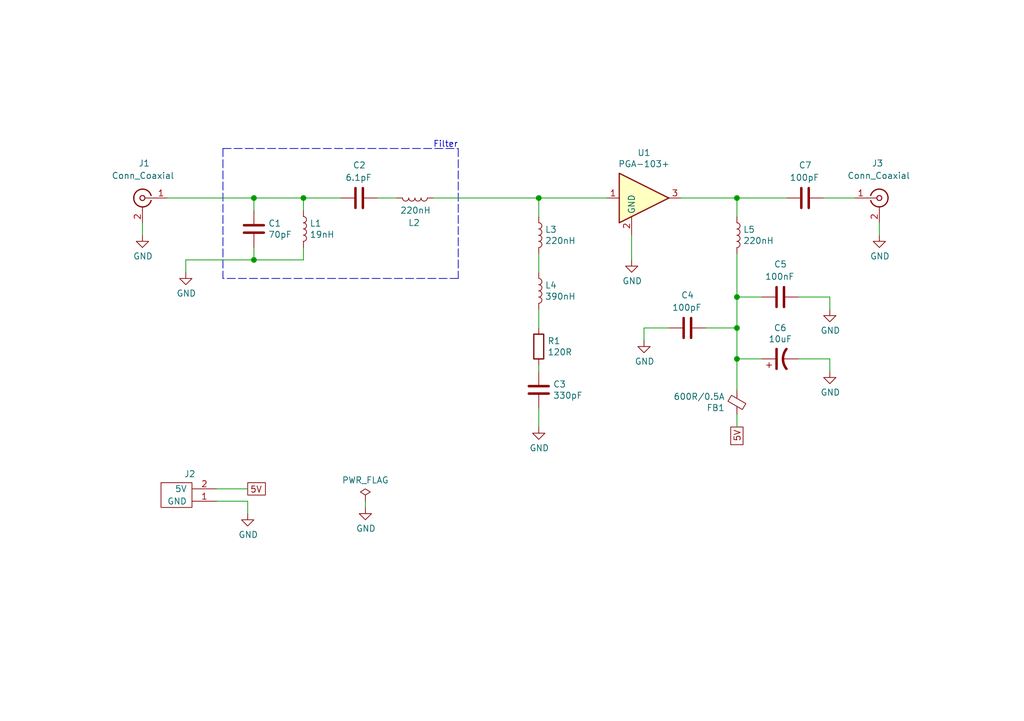
<source format=kicad_sch>
(kicad_sch (version 20231120) (generator "eeschema") (generator_version "8.0")
  (paper "A5")
  (title_block (title "LNA + Filter 137-140 Mhz"))
  (lib_symbols
    (symbol "Connector:Conn_Coaxial" (pin_names (offset 1.016) hide)
      (property "Reference" "J" (at 0.254 3.048 0))
      (property "Value" "Conn_Coaxial" (at 2.921 0 90))
      (symbol "Conn_Coaxial_0_1"
        (arc (start -1.778 -0.508) (mid 0.2311 -1.8066) (end 1.778 0) (stroke (width 0.254)))
        (polyline (pts (xy -2.54 0) (xy -0.508 0)))
        (polyline (pts (xy 0 -2.54) (xy 0 -1.778)))
        (circle (center 0 0) (radius 0.508) (stroke (width 0.2032)))
        (arc (start 1.778 0) (mid 0.2099 1.8101) (end -1.778 0.508) (stroke (width 0.254)))
      )
      (symbol "Conn_Coaxial_1_1"
        (pin passive line (at -5.08 0 0) (length 2.54) (name "In") (number "1"))
        (pin passive line (at 0 -5.08 90) (length 2.54) (name "Ext") (number "2"))
      )
    )
    (symbol "Device:C" (pin_numbers hide) (pin_names (offset 0.254))
      (property "Reference" "C" (at 0.635 2.54 0))
      (property "Value" "C" (at 0.635 -2.54 0))
      (symbol "C_0_1"
        (polyline (pts (xy -2.032 -0.762) (xy 2.032 -0.762)) (stroke (width 0.508)))
        (polyline (pts (xy -2.032 0.762) (xy 2.032 0.762)) (stroke (width 0.508)))
      )
      (symbol "C_1_1"
        (pin passive line (at 0 3.81 270) (length 2.794) (name "~") (number "1"))
        (pin passive line (at 0 -3.81 90) (length 2.794) (name "~") (number "2"))
      )
    )
    (symbol "Device:CP1" (pin_numbers hide) (pin_names (offset 0.254) hide)
      (property "Reference" "C" (at 0.635 2.54 0))
      (property "Value" "CP1" (at 0.635 -2.54 0))
      (symbol "CP1_0_1"
        (polyline (pts (xy -2.032 0.762) (xy 2.032 0.762)) (stroke (width 0.508)))
        (polyline (pts (xy -1.778 2.286) (xy -0.762 2.286)))
        (polyline (pts (xy -1.27 1.778) (xy -1.27 2.794)))
        (arc (start 2.032 -1.27) (mid 0 -0.5572) (end -2.032 -1.27) (stroke (width 0.508)))
      )
      (symbol "CP1_1_1"
        (pin passive line (at 0 3.81 270) (length 2.794) (name "~") (number "1"))
        (pin passive line (at 0 -3.81 90) (length 3.302) (name "~") (number "2"))
      )
    )
    (symbol "Device:Ferrite_Bead_Small" (pin_numbers hide) (pin_names (offset 0))
      (property "Reference" "FB" (at 1.905 1.27 0))
      (property "Value" "Ferrite_Bead_Small" (at 1.905 -1.27 0))
      (symbol "Ferrite_Bead_Small_0_1"
        (polyline (pts (xy 0 -1.27) (xy 0 -0.7874)))
        (polyline (pts (xy 0 0.889) (xy 0 1.2954)))
        (polyline (pts (xy -1.8288 0.2794) (xy -1.1176 1.4986) (xy 1.8288 -0.2032) (xy 1.1176 -1.4224) (xy -1.8288 0.2794)))
      )
      (symbol "Ferrite_Bead_Small_1_1"
        (pin passive line (at 0 2.54 270) (length 1.27) (name "~") (number "1"))
        (pin passive line (at 0 -2.54 90) (length 1.27) (name "~") (number "2"))
      )
    )
    (symbol "Device:L" (pin_numbers hide) (pin_names (offset 1.016) hide)
      (property "Reference" "L" (at -1.27 0 90))
      (property "Value" "L" (at 1.905 0 90))
      (symbol "L_0_1"
        (arc (start 0 -2.54) (mid 0.6323 -1.905) (end 0 -1.27))
        (arc (start 0 -1.27) (mid 0.6323 -0.635) (end 0 0))
        (arc (start 0 0) (mid 0.6323 0.635) (end 0 1.27))
        (arc (start 0 1.27) (mid 0.6323 1.905) (end 0 2.54))
      )
      (symbol "L_1_1"
        (pin passive line (at 0 3.81 270) (length 1.27) (name "1") (number "1"))
        (pin passive line (at 0 -3.81 90) (length 1.27) (name "2") (number "2"))
      )
    )
    (symbol "Device:R" (pin_numbers hide) (pin_names (offset 0))
      (property "Reference" "R" (at 2.032 0 90))
      (property "Value" "R" (at 0 0 90))
      (symbol "R_0_1"
        (rectangle (start -1.016 -2.54) (end 1.016 2.54) (stroke (width 0.254)))
      )
      (symbol "R_1_1"
        (pin passive line (at 0 3.81 270) (length 1.27) (name "~") (number "1"))
        (pin passive line (at 0 -3.81 90) (length 1.27) (name "~") (number "2"))
      )
    )
    (symbol "lna_library:PGA-103+"
      (property "Reference" "U" (at -1.27 7.62 0))
      (property "Value" "PGA-103+" (at 2.54 5.08 0))
      (symbol "PGA-103+_0_1"
        (polyline (pts (xy 5.08 0) (xy -5.08 5.08) (xy -5.08 -5.08) (xy 5.08 0)) (stroke (width 0.254)) (fill (type background)))
      )
      (symbol "PGA-103+_1_1"
        (pin input line (at -7.62 0 0) (length 2.54) (name "~") (number "1"))
        (pin power_in line (at -2.54 -7.62 90) (length 3.81) (name "GND") (number "2"))
        (pin output line (at 7.62 0 180) (length 2.54) (name "~") (number "3"))
      )
    )
    (symbol "lna_library:V5-GND" (pin_names (offset 1.016))
      (property "Reference" "J" (at -1.27 2.54 0))
      (symbol "V5-GND_0_1"
        (rectangle (start -2.54 1.27) (end 3.81 -3.81))
      )
      (symbol "V5-GND_1_1"
        (pin passive line (at -7.62 0 0) (length 5.08) (name "GND") (number "1"))
        (pin output line (at -7.62 -2.54 0) (length 5.08) (name "5V") (number "2"))
      )
    )
    (symbol "power:GND" (power) (pin_names (offset 0))
      (property "Value" "GND" (at 0 -3.81 0))
      (symbol "GND_0_1"
        (polyline (pts (xy 0 0) (xy 0 -1.27) (xy 1.27 -1.27) (xy 0 -2.54) (xy -1.27 -1.27) (xy 0 -1.27)))
      )
      (symbol "GND_1_1"
        (pin power_in line (at 0 0 270) (length 0) hide (name "GND") (number "1"))
      )
    )
    (symbol "power:PWR_FLAG" (power) (pin_numbers hide) (pin_names (offset 0) hide)
      (property "Value" "PWR_FLAG" (at 0 3.81 0))
      (symbol "PWR_FLAG_0_0"
        (pin power_out line (at 0 0 90) (length 0) (name "pwr") (number "1"))
      )
      (symbol "PWR_FLAG_0_1"
        (polyline (pts (xy 0 0) (xy 0 1.27) (xy -1.016 1.905) (xy 0 2.54) (xy 1.016 1.905) (xy 0 1.27)))
      )
    )
  )
  (junction (at 151.13 67.31) (diameter 1.016))
  (junction (at 110.49 40.64) (diameter 1.016))
  (junction (at 151.13 60.96) (diameter 1.016))
  (junction (at 151.13 73.66) (diameter 1.016))
  (junction (at 52.07 40.64) (diameter 1.016))
  (junction (at 52.07 53.34) (diameter 1.016))
  (junction (at 62.23 40.64) (diameter 1.016))
  (junction (at 151.13 40.64) (diameter 1.016))
  (wire (pts (xy 38.1 53.34) (xy 38.1 55.88)))
  (wire (pts (xy 151.13 40.64) (xy 161.29 40.64)))
  (wire (pts (xy 74.93 102.87) (xy 74.93 104.14)))
  (polyline (pts (xy 93.98 57.15) (xy 45.72 57.15)) (stroke (width 0) (type dash)))
  (polyline (pts (xy 93.98 30.48) (xy 93.98 57.15)) (stroke (width 0) (type dash)))
  (wire (pts (xy 163.83 60.96) (xy 170.18 60.96)))
  (wire (pts (xy 44.45 100.33) (xy 50.8 100.33)))
  (wire (pts (xy 139.7 40.64) (xy 151.13 40.64)))
  (wire (pts (xy 129.54 48.26) (xy 129.54 53.34)))
  (wire (pts (xy 52.07 50.8) (xy 52.07 53.34)))
  (wire (pts (xy 151.13 40.64) (xy 151.13 44.45)))
  (wire (pts (xy 110.49 63.5) (xy 110.49 67.31)))
  (wire (pts (xy 151.13 73.66) (xy 151.13 80.01)))
  (wire (pts (xy 151.13 67.31) (xy 151.13 73.66)))
  (wire (pts (xy 180.34 45.72) (xy 180.34 48.26)))
  (wire (pts (xy 77.47 40.64) (xy 81.28 40.64)))
  (wire (pts (xy 170.18 73.66) (xy 170.18 76.2)))
  (wire (pts (xy 151.13 85.09) (xy 151.13 87.63)))
  (wire (pts (xy 88.9 40.64) (xy 110.49 40.64)))
  (wire (pts (xy 151.13 52.07) (xy 151.13 60.96)))
  (wire (pts (xy 50.8 102.87) (xy 50.8 105.41)))
  (wire (pts (xy 144.78 67.31) (xy 151.13 67.31)))
  (wire (pts (xy 62.23 40.64) (xy 69.85 40.64)))
  (wire (pts (xy 52.07 40.64) (xy 52.07 43.18)))
  (wire (pts (xy 110.49 52.07) (xy 110.49 55.88)))
  (polyline (pts (xy 45.72 30.48) (xy 45.72 57.15)) (stroke (width 0) (type dash)))
  (wire (pts (xy 44.45 102.87) (xy 50.8 102.87)))
  (wire (pts (xy 132.08 67.31) (xy 132.08 69.85)))
  (wire (pts (xy 52.07 40.64) (xy 62.23 40.64)))
  (wire (pts (xy 34.29 40.64) (xy 52.07 40.64)))
  (wire (pts (xy 151.13 60.96) (xy 151.13 67.31)))
  (wire (pts (xy 151.13 73.66) (xy 156.21 73.66)))
  (wire (pts (xy 163.83 73.66) (xy 170.18 73.66)))
  (wire (pts (xy 168.91 40.64) (xy 175.26 40.64)))
  (wire (pts (xy 110.49 83.82) (xy 110.49 87.63)))
  (wire (pts (xy 52.07 53.34) (xy 62.23 53.34)))
  (wire (pts (xy 29.21 45.72) (xy 29.21 48.26)))
  (wire (pts (xy 110.49 40.64) (xy 124.46 40.64)))
  (wire (pts (xy 110.49 74.93) (xy 110.49 76.2)))
  (wire (pts (xy 151.13 60.96) (xy 156.21 60.96)))
  (wire (pts (xy 62.23 40.64) (xy 62.23 43.18)))
  (wire (pts (xy 38.1 53.34) (xy 52.07 53.34)))
  (wire (pts (xy 170.18 63.5) (xy 170.18 60.96)))
  (polyline (pts (xy 45.72 30.48) (xy 93.98 30.48)) (stroke (width 0) (type dash)))
  (wire (pts (xy 62.23 50.8) (xy 62.23 53.34)))
  (wire (pts (xy 110.49 40.64) (xy 110.49 44.45)))
  (wire (pts (xy 132.08 67.31) (xy 137.16 67.31)))
  (text "Filter" (at 93.98 30.48 0) (effects (font (size 1.27 1.27)) (justify right bottom)))
  (global_label "5V" (shape passive) (at 50.8 100.33 0) (property "Intersheetrefs" "${INTERSHEET_REFS}" (effects (hide yes))))
  (global_label "5V" (shape passive) (at 151.13 87.63 270) (property "Intersheetrefs" "${INTERSHEET_REFS}" (effects (hide yes))))
  (symbol (lib_id "Device:Ferrite_Bead_Small") (at 151.13 82.55 180) (unit 1)
    (property "Reference" "FB1" (at 148.6661 83.6994 0) (effects (justify left)))
    (property "Value" "600R/0.5A" (at 148.666 81.401 0) (effects (justify left)))
    (property "Footprint" "fbead:Murata-BLM18-0.15-t0.8-0-0-IPC_A" (effects (hide yes)))
  )
  (symbol (lib_id "Device:C") (at 160.02 60.96 90) (unit 1)
    (property "Reference" "C5" (at 161.4106 54.2289 90) (effects (justify left)))
    (property "Value" "100nF" (at 159.899 56.769 90))
    (property "Footprint" "Capacitor_SMD:C_0603_1608Metric" (effects (hide yes)))
  )
  (symbol (lib_id "Device:L") (at 151.13 48.26 0) (unit 1)
    (property "Reference" "L5" (at 152.4001 47.1106 0) (effects (justify left)))
    (property "Value" "220nH" (at 152.4 49.409 0) (effects (justify left)))
    (property "Footprint" "Inductor_SMD:L_0805_2012Metric" (effects (hide yes)))
  )
  (symbol (lib_id "power:GND") (at 74.93 104.14 0) (unit 1)
    (property "Reference" "#PWR04" (effects (hide yes)))
    (property "Value" "GND" (at 75.0443 108.4644 0))
  )
  (symbol (lib_id "Connector:Conn_Coaxial") (at 29.21 40.64 0) (mirror y) (unit 1)
    (property "Reference" "J1" (at 29.572 33.515 0))
    (property "Value" "Conn_Coaxial" (at 29.3305 36.0553 0))
    (property "Footprint" "Connector_Coaxial:SMA_Amphenol_132289_EdgeMount" (effects (hide yes)))
    (property "Datasheet" " ~" (effects (hide yes)))
  )
  (symbol (lib_id "power:GND") (at 170.18 63.5 0) (unit 1)
    (property "Reference" "#PWR08" (effects (hide yes)))
    (property "Value" "GND" (at 170.2943 67.8244 0))
  )
  (symbol (lib_id "Device:C") (at 140.97 67.31 90) (unit 1)
    (property "Reference" "C4" (at 142.3606 60.5789 90) (effects (justify left)))
    (property "Value" "100pF" (at 140.849 63.119 90))
    (property "Footprint" "Capacitor_SMD:C_0603_1608Metric" (effects (hide yes)))
  )
  (symbol (lib_id "Device:R") (at 110.49 71.12 0) (unit 1)
    (property "Reference" "R1" (at 112.2681 69.9706 0) (effects (justify left)))
    (property "Value" "120R" (at 112.268 72.269 0) (effects (justify left)))
    (property "Footprint" "Resistor_SMD:R_0603_1608Metric" (effects (hide yes)))
  )
  (symbol (lib_id "Device:C") (at 73.66 40.64 90) (unit 1)
    (property "Reference" "C2" (at 75.0506 33.9089 90) (effects (justify left)))
    (property "Value" "6.1pF" (at 73.539 36.449 90))
    (property "Footprint" "Capacitor_SMD:C_0603_1608Metric" (effects (hide yes)))
  )
  (symbol (lib_id "power:GND") (at 50.8 105.41 0) (unit 1)
    (property "Reference" "#PWR03" (effects (hide yes)))
    (property "Value" "GND" (at 50.9143 109.7344 0))
  )
  (symbol (lib_id "Device:L") (at 62.23 46.99 0) (unit 1)
    (property "Reference" "L1" (at 63.5001 45.8406 0) (effects (justify left)))
    (property "Value" "19nH" (at 63.5 48.139 0) (effects (justify left)))
    (property "Footprint" "Inductor_SMD:L_0805_2012Metric" (effects (hide yes)))
  )
  (symbol (lib_id "power:GND") (at 180.34 48.26 0) (unit 1)
    (property "Reference" "#PWR010" (effects (hide yes)))
    (property "Value" "GND" (at 180.4543 52.5844 0))
  )
  (symbol (lib_id "Connector:Conn_Coaxial") (at 180.34 40.64 0) (unit 1)
    (property "Reference" "J3" (at 179.9782 33.5153 0))
    (property "Value" "Conn_Coaxial" (at 180.2195 36.0553 0))
    (property "Footprint" "Connector_Coaxial:SMA_Amphenol_132289_EdgeMount" (effects (hide yes)))
    (property "Datasheet" " ~" (effects (hide yes)))
  )
  (symbol (lib_id "power:GND") (at 38.1 55.88 0) (unit 1)
    (property "Reference" "#PWR02" (effects (hide yes)))
    (property "Value" "GND" (at 38.2143 60.2044 0))
  )
  (symbol (lib_id "power:GND") (at 170.18 76.2 0) (unit 1)
    (property "Reference" "#PWR09" (effects (hide yes)))
    (property "Value" "GND" (at 170.2943 80.5244 0))
  )
  (symbol (lib_id "Device:CP1") (at 160.02 73.66 90) (unit 1)
    (property "Reference" "C6" (at 160.02 67.2908 90))
    (property "Value" "10uF" (at 160.02 69.59 90))
    (property "Footprint" "Capacitor_Tantalum_SMD:CP_EIA-3216-18_Kemet-A" (effects (hide yes)))
  )
  (symbol (lib_id "Device:C") (at 110.49 80.01 0) (unit 1)
    (property "Reference" "C3" (at 113.4111 78.8606 0) (effects (justify left)))
    (property "Value" "330pF" (at 113.411 81.159 0) (effects (justify left)))
    (property "Footprint" "Capacitor_SMD:C_0603_1608Metric" (effects (hide yes)))
  )
  (symbol (lib_id "Device:C") (at 165.1 40.64 90) (unit 1)
    (property "Reference" "C7" (at 166.4906 33.9089 90) (effects (justify left)))
    (property "Value" "100pF" (at 164.979 36.449 90))
    (property "Footprint" "Capacitor_SMD:C_0603_1608Metric" (effects (hide yes)))
  )
  (symbol (lib_id "lna_library:V5-GND") (at 36.83 102.87 180) (unit 1)
    (property "Reference" "J2" (at 38.9255 97.2756 0))
    (property "Value" "V5-GND" (effects (hide yes)))
    (property "Footprint" "Connector_PinHeader_2.54mm:PinHeader_1x02_P2.54mm_Vertical" (effects (hide yes)))
  )
  (symbol (lib_id "power:GND") (at 132.08 69.85 0) (unit 1)
    (property "Reference" "#PWR07" (effects (hide yes)))
    (property "Value" "GND" (at 132.1943 74.1744 0))
  )
  (symbol (lib_id "Device:L") (at 85.09 40.64 270) (unit 1)
    (property "Reference" "L2" (at 83.6994 45.7201 90) (effects (justify left)))
    (property "Value" "220nH" (at 85.211 43.18 90))
    (property "Footprint" "Inductor_SMD:L_0805_2012Metric" (effects (hide yes)))
  )
  (symbol (lib_id "power:GND") (at 129.54 53.34 0) (unit 1)
    (property "Reference" "#PWR06" (effects (hide yes)))
    (property "Value" "GND" (at 129.6543 57.6644 0))
  )
  (symbol (lib_id "power:PWR_FLAG") (at 74.93 102.87 0) (unit 1)
    (property "Reference" "#FLG01" (effects (hide yes)))
    (property "Value" "PWR_FLAG" (at 74.93 98.5456 0))
  )
  (symbol (lib_id "Device:C") (at 52.07 46.99 0) (unit 1)
    (property "Reference" "C1" (at 54.9911 45.8406 0) (effects (justify left)))
    (property "Value" "70pF" (at 54.991 48.139 0) (effects (justify left)))
    (property "Footprint" "Capacitor_SMD:C_0603_1608Metric" (effects (hide yes)))
  )
  (symbol (lib_id "power:GND") (at 110.49 87.63 0) (unit 1)
    (property "Reference" "#PWR05" (effects (hide yes)))
    (property "Value" "GND" (at 110.6043 91.9544 0))
  )
  (symbol (lib_id "Device:L") (at 110.49 48.26 0) (unit 1)
    (property "Reference" "L3" (at 111.7601 47.1106 0) (effects (justify left)))
    (property "Value" "220nH" (at 111.76 49.409 0) (effects (justify left)))
    (property "Footprint" "Inductor_SMD:L_0805_2012Metric" (effects (hide yes)))
  )
  (symbol (lib_id "lna_library:PGA-103+") (at 132.08 40.64 0) (unit 1)
    (property "Reference" "U1" (at 132.08 31.3498 0))
    (property "Value" "PGA-103+" (at 132.08 33.6485 0))
    (property "Footprint" "Package_TO_SOT_SMD:SOT-89-3" (effects (hide yes)))
    (property "Datasheet" "https://www.minicircuits.com/pdfs/PGA-103+.pdf" (effects (hide yes)))
  )
  (symbol (lib_id "Device:L") (at 110.49 59.69 0) (unit 1)
    (property "Reference" "L4" (at 111.7601 58.5406 0) (effects (justify left)))
    (property "Value" "390nH" (at 111.76 60.839 0) (effects (justify left)))
    (property "Footprint" "Inductor_SMD:L_0805_2012Metric" (effects (hide yes)))
  )
  (symbol (lib_id "power:GND") (at 29.21 48.26 0) (unit 1)
    (property "Reference" "#PWR01" (effects (hide yes)))
    (property "Value" "GND" (at 29.3243 52.5844 0))
  )
)
</source>
